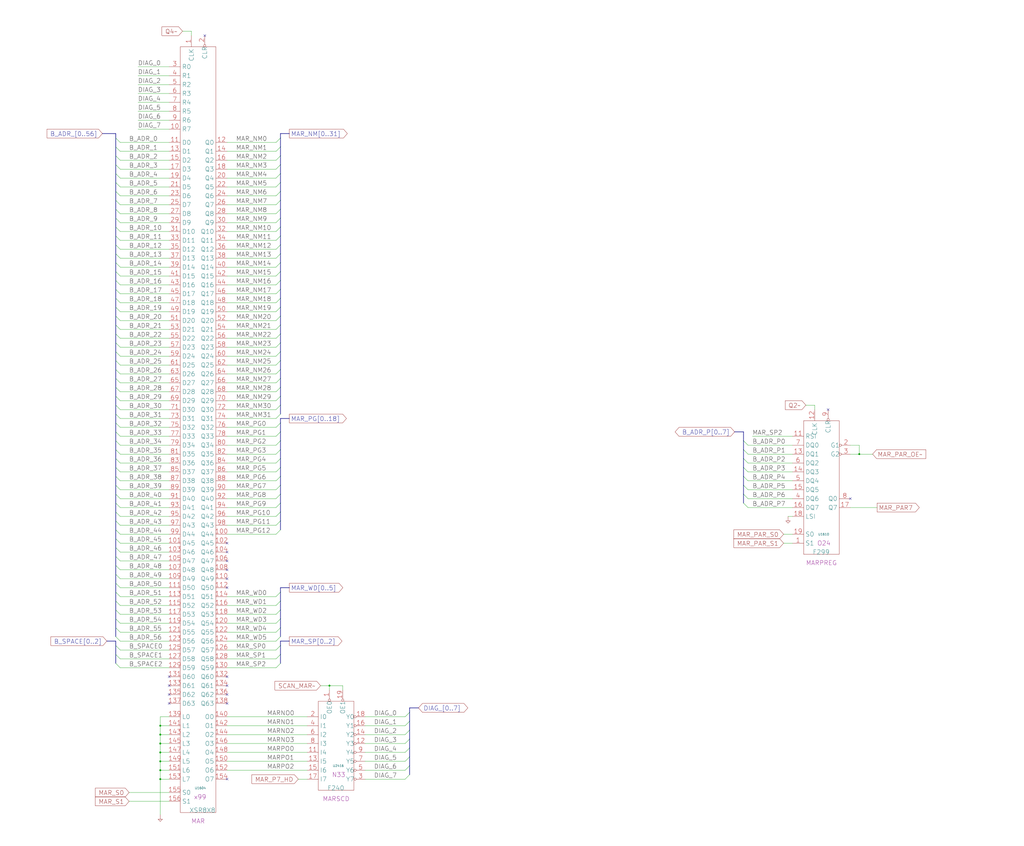
<source format=kicad_sch>
(kicad_sch (version 20230121) (generator eeschema)
  (paper "User" 584.2 482.6)
  (title_block (title "ADDRESS\\nMAR REGISTER") (date "08-MAR-90") (rev "0.0") (comment 1 "MEM32 BOARD") (comment 2 "232-003066") (comment 3 "S400") (comment 4 "RELEASED"))
  (junction (at 490.22 259.08))
  (junction (at 91.44 429.26))
  (junction (at 91.44 439.42))
  (junction (at 91.44 414.02))
  (junction (at 91.44 434.34))
  (junction (at 91.44 424.18))
  (junction (at 187.96 391.16))
  (junction (at 91.44 444.5))
  (junction (at 91.44 419.1))
  (no_connect (at 96.52 396.24))
  (no_connect (at 472.44 233.68))
  (no_connect (at 129.54 391.16))
  (no_connect (at 96.52 386.08))
  (no_connect (at 129.54 396.24))
  (no_connect (at 96.52 401.32))
  (no_connect (at 129.54 330.2))
  (no_connect (at 129.54 401.32))
  (no_connect (at 129.54 320.04))
  (no_connect (at 129.54 386.08))
  (no_connect (at 129.54 444.5))
  (no_connect (at 129.54 325.12))
  (no_connect (at 485.14 284.48))
  (no_connect (at 116.84 20.32))
  (no_connect (at 129.54 309.88))
  (no_connect (at 129.54 314.96))
  (no_connect (at 129.54 335.28))
  (no_connect (at 96.52 391.16))
  (bus_entry (at 160.02 124.46) (size -2.54 2.54))
  (bus_entry (at 66.04 129.54) (size 2.54 2.54))
  (bus_entry (at 160.02 241.3) (size -2.54 2.54))
  (bus_entry (at 66.04 312.42) (size 2.54 2.54))
  (bus_entry (at 160.02 215.9) (size -2.54 2.54))
  (bus_entry (at 160.02 226.06) (size -2.54 2.54))
  (bus_entry (at 66.04 337.82) (size 2.54 2.54))
  (bus_entry (at 66.04 180.34) (size 2.54 2.54))
  (bus_entry (at 66.04 175.26) (size 2.54 2.54))
  (bus_entry (at 66.04 251.46) (size 2.54 2.54))
  (bus_entry (at 66.04 317.5) (size 2.54 2.54))
  (bus_entry (at 66.04 363.22) (size 2.54 2.54))
  (bus_entry (at 66.04 347.98) (size 2.54 2.54))
  (bus_entry (at 233.68 406.4) (size -2.54 2.54))
  (bus_entry (at 160.02 99.06) (size -2.54 2.54))
  (bus_entry (at 160.02 205.74) (size -2.54 2.54))
  (bus_entry (at 66.04 287.02) (size 2.54 2.54))
  (bus_entry (at 66.04 99.06) (size 2.54 2.54))
  (bus_entry (at 160.02 180.34) (size -2.54 2.54))
  (bus_entry (at 66.04 297.18) (size 2.54 2.54))
  (bus_entry (at 160.02 337.82) (size -2.54 2.54))
  (bus_entry (at 160.02 358.14) (size -2.54 2.54))
  (bus_entry (at 66.04 149.86) (size 2.54 2.54))
  (bus_entry (at 424.18 256.54) (size 2.54 2.54))
  (bus_entry (at 424.18 276.86) (size 2.54 2.54))
  (bus_entry (at 66.04 205.74) (size 2.54 2.54))
  (bus_entry (at 233.68 416.56) (size -2.54 2.54))
  (bus_entry (at 160.02 109.22) (size -2.54 2.54))
  (bus_entry (at 66.04 368.3) (size 2.54 2.54))
  (bus_entry (at 160.02 154.94) (size -2.54 2.54))
  (bus_entry (at 160.02 119.38) (size -2.54 2.54))
  (bus_entry (at 66.04 322.58) (size 2.54 2.54))
  (bus_entry (at 66.04 195.58) (size 2.54 2.54))
  (bus_entry (at 233.68 431.8) (size -2.54 2.54))
  (bus_entry (at 160.02 256.54) (size -2.54 2.54))
  (bus_entry (at 160.02 292.1) (size -2.54 2.54))
  (bus_entry (at 160.02 165.1) (size -2.54 2.54))
  (bus_entry (at 66.04 231.14) (size 2.54 2.54))
  (bus_entry (at 424.18 287.02) (size 2.54 2.54))
  (bus_entry (at 66.04 292.1) (size 2.54 2.54))
  (bus_entry (at 66.04 353.06) (size 2.54 2.54))
  (bus_entry (at 66.04 160.02) (size 2.54 2.54))
  (bus_entry (at 160.02 281.94) (size -2.54 2.54))
  (bus_entry (at 160.02 185.42) (size -2.54 2.54))
  (bus_entry (at 160.02 104.14) (size -2.54 2.54))
  (bus_entry (at 66.04 307.34) (size 2.54 2.54))
  (bus_entry (at 66.04 104.14) (size 2.54 2.54))
  (bus_entry (at 160.02 261.62) (size -2.54 2.54))
  (bus_entry (at 160.02 347.98) (size -2.54 2.54))
  (bus_entry (at 66.04 220.98) (size 2.54 2.54))
  (bus_entry (at 66.04 119.38) (size 2.54 2.54))
  (bus_entry (at 66.04 109.22) (size 2.54 2.54))
  (bus_entry (at 160.02 373.38) (size -2.54 2.54))
  (bus_entry (at 424.18 281.94) (size 2.54 2.54))
  (bus_entry (at 66.04 190.5) (size 2.54 2.54))
  (bus_entry (at 66.04 236.22) (size 2.54 2.54))
  (bus_entry (at 160.02 368.3) (size -2.54 2.54))
  (bus_entry (at 160.02 276.86) (size -2.54 2.54))
  (bus_entry (at 66.04 378.46) (size 2.54 2.54))
  (bus_entry (at 160.02 353.06) (size -2.54 2.54))
  (bus_entry (at 160.02 195.58) (size -2.54 2.54))
  (bus_entry (at 66.04 373.38) (size 2.54 2.54))
  (bus_entry (at 66.04 246.38) (size 2.54 2.54))
  (bus_entry (at 424.18 251.46) (size 2.54 2.54))
  (bus_entry (at 160.02 246.38) (size -2.54 2.54))
  (bus_entry (at 160.02 266.7) (size -2.54 2.54))
  (bus_entry (at 424.18 271.78) (size 2.54 2.54))
  (bus_entry (at 160.02 129.54) (size -2.54 2.54))
  (bus_entry (at 160.02 190.5) (size -2.54 2.54))
  (bus_entry (at 66.04 139.7) (size 2.54 2.54))
  (bus_entry (at 160.02 93.98) (size -2.54 2.54))
  (bus_entry (at 66.04 342.9) (size 2.54 2.54))
  (bus_entry (at 160.02 144.78) (size -2.54 2.54))
  (bus_entry (at 66.04 134.62) (size 2.54 2.54))
  (bus_entry (at 160.02 231.14) (size -2.54 2.54))
  (bus_entry (at 66.04 276.86) (size 2.54 2.54))
  (bus_entry (at 66.04 281.94) (size 2.54 2.54))
  (bus_entry (at 160.02 175.26) (size -2.54 2.54))
  (bus_entry (at 66.04 185.42) (size 2.54 2.54))
  (bus_entry (at 160.02 251.46) (size -2.54 2.54))
  (bus_entry (at 66.04 256.54) (size 2.54 2.54))
  (bus_entry (at 66.04 327.66) (size 2.54 2.54))
  (bus_entry (at 160.02 170.18) (size -2.54 2.54))
  (bus_entry (at 160.02 210.82) (size -2.54 2.54))
  (bus_entry (at 160.02 160.02) (size -2.54 2.54))
  (bus_entry (at 66.04 170.18) (size 2.54 2.54))
  (bus_entry (at 233.68 436.88) (size -2.54 2.54))
  (bus_entry (at 66.04 215.9) (size 2.54 2.54))
  (bus_entry (at 66.04 241.3) (size 2.54 2.54))
  (bus_entry (at 66.04 165.1) (size 2.54 2.54))
  (bus_entry (at 160.02 220.98) (size -2.54 2.54))
  (bus_entry (at 66.04 302.26) (size 2.54 2.54))
  (bus_entry (at 66.04 114.3) (size 2.54 2.54))
  (bus_entry (at 66.04 78.74) (size 2.54 2.54))
  (bus_entry (at 160.02 363.22) (size -2.54 2.54))
  (bus_entry (at 160.02 342.9) (size -2.54 2.54))
  (bus_entry (at 66.04 93.98) (size 2.54 2.54))
  (bus_entry (at 160.02 297.18) (size -2.54 2.54))
  (bus_entry (at 160.02 287.02) (size -2.54 2.54))
  (bus_entry (at 66.04 358.14) (size 2.54 2.54))
  (bus_entry (at 233.68 426.72) (size -2.54 2.54))
  (bus_entry (at 160.02 378.46) (size -2.54 2.54))
  (bus_entry (at 66.04 271.78) (size 2.54 2.54))
  (bus_entry (at 160.02 149.86) (size -2.54 2.54))
  (bus_entry (at 66.04 200.66) (size 2.54 2.54))
  (bus_entry (at 160.02 200.66) (size -2.54 2.54))
  (bus_entry (at 66.04 88.9) (size 2.54 2.54))
  (bus_entry (at 233.68 411.48) (size -2.54 2.54))
  (bus_entry (at 66.04 332.74) (size 2.54 2.54))
  (bus_entry (at 66.04 261.62) (size 2.54 2.54))
  (bus_entry (at 66.04 83.82) (size 2.54 2.54))
  (bus_entry (at 424.18 261.62) (size 2.54 2.54))
  (bus_entry (at 66.04 124.46) (size 2.54 2.54))
  (bus_entry (at 424.18 266.7) (size 2.54 2.54))
  (bus_entry (at 66.04 266.7) (size 2.54 2.54))
  (bus_entry (at 160.02 236.22) (size -2.54 2.54))
  (bus_entry (at 233.68 421.64) (size -2.54 2.54))
  (bus_entry (at 66.04 226.06) (size 2.54 2.54))
  (bus_entry (at 66.04 210.82) (size 2.54 2.54))
  (bus_entry (at 160.02 78.74) (size -2.54 2.54))
  (bus_entry (at 160.02 88.9) (size -2.54 2.54))
  (bus_entry (at 160.02 302.26) (size -2.54 2.54))
  (bus_entry (at 66.04 154.94) (size 2.54 2.54))
  (bus_entry (at 160.02 134.62) (size -2.54 2.54))
  (bus_entry (at 160.02 83.82) (size -2.54 2.54))
  (bus_entry (at 160.02 271.78) (size -2.54 2.54))
  (bus_entry (at 233.68 441.96) (size -2.54 2.54))
  (bus_entry (at 160.02 114.3) (size -2.54 2.54))
  (bus_entry (at 160.02 139.7) (size -2.54 2.54))
  (bus_entry (at 66.04 144.78) (size 2.54 2.54))
  (wire (pts (xy 91.44 429.26) (xy 91.44 424.18)))
  (wire (pts (xy 485.14 289.56) (xy 500.38 289.56)))
  (wire (pts (xy 78.74 48.26) (xy 96.52 48.26)))
  (wire (pts (xy 129.54 198.12) (xy 157.48 198.12)))
  (wire (pts (xy 129.54 137.16) (xy 157.48 137.16)))
  (wire (pts (xy 129.54 424.18) (xy 175.26 424.18)))
  (wire (pts (xy 464.82 231.14) (xy 464.82 233.68)))
  (bus (pts (xy 66.04 88.9) (xy 66.04 93.98)))
  (wire (pts (xy 68.58 279.4) (xy 96.52 279.4)))
  (wire (pts (xy 426.72 289.56) (xy 452.12 289.56)))
  (wire (pts (xy 68.58 254) (xy 96.52 254)))
  (bus (pts (xy 160.02 238.76) (xy 160.02 241.3)))
  (wire (pts (xy 68.58 96.52) (xy 96.52 96.52)))
  (wire (pts (xy 78.74 73.66) (xy 96.52 73.66)))
  (bus (pts (xy 66.04 287.02) (xy 66.04 292.1)))
  (bus (pts (xy 66.04 210.82) (xy 66.04 215.9)))
  (wire (pts (xy 129.54 228.6) (xy 157.48 228.6)))
  (wire (pts (xy 109.22 17.78) (xy 109.22 20.32)))
  (wire (pts (xy 129.54 375.92) (xy 157.48 375.92)))
  (bus (pts (xy 233.68 436.88) (xy 233.68 441.96)))
  (wire (pts (xy 208.28 434.34) (xy 231.14 434.34)))
  (wire (pts (xy 129.54 121.92) (xy 157.48 121.92)))
  (wire (pts (xy 91.44 434.34) (xy 91.44 429.26)))
  (bus (pts (xy 160.02 210.82) (xy 160.02 215.9)))
  (bus (pts (xy 233.68 411.48) (xy 233.68 416.56)))
  (bus (pts (xy 160.02 335.28) (xy 160.02 337.82)))
  (bus (pts (xy 165.1 238.76) (xy 160.02 238.76)))
  (wire (pts (xy 91.44 408.94) (xy 96.52 408.94)))
  (wire (pts (xy 129.54 127) (xy 157.48 127)))
  (bus (pts (xy 66.04 312.42) (xy 66.04 307.34)))
  (bus (pts (xy 160.02 83.82) (xy 160.02 88.9)))
  (bus (pts (xy 160.02 93.98) (xy 160.02 99.06)))
  (wire (pts (xy 129.54 289.56) (xy 157.48 289.56)))
  (bus (pts (xy 160.02 241.3) (xy 160.02 246.38)))
  (wire (pts (xy 68.58 218.44) (xy 96.52 218.44)))
  (bus (pts (xy 160.02 134.62) (xy 160.02 139.7)))
  (bus (pts (xy 66.04 312.42) (xy 66.04 317.5)))
  (wire (pts (xy 68.58 299.72) (xy 96.52 299.72)))
  (wire (pts (xy 91.44 464.82) (xy 91.44 444.5)))
  (bus (pts (xy 66.04 327.66) (xy 66.04 332.74)))
  (wire (pts (xy 187.96 391.16) (xy 195.58 391.16)))
  (wire (pts (xy 129.54 304.8) (xy 157.48 304.8)))
  (wire (pts (xy 129.54 254) (xy 157.48 254)))
  (bus (pts (xy 165.1 335.28) (xy 160.02 335.28)))
  (bus (pts (xy 66.04 114.3) (xy 66.04 119.38)))
  (bus (pts (xy 160.02 119.38) (xy 160.02 124.46)))
  (wire (pts (xy 129.54 233.68) (xy 157.48 233.68)))
  (bus (pts (xy 66.04 236.22) (xy 66.04 241.3)))
  (wire (pts (xy 490.22 259.08) (xy 497.84 259.08)))
  (wire (pts (xy 129.54 299.72) (xy 157.48 299.72)))
  (wire (pts (xy 129.54 350.52) (xy 157.48 350.52)))
  (bus (pts (xy 66.04 160.02) (xy 66.04 165.1)))
  (wire (pts (xy 68.58 187.96) (xy 96.52 187.96)))
  (bus (pts (xy 66.04 134.62) (xy 66.04 139.7)))
  (wire (pts (xy 129.54 243.84) (xy 157.48 243.84)))
  (wire (pts (xy 68.58 325.12) (xy 96.52 325.12)))
  (bus (pts (xy 160.02 220.98) (xy 160.02 226.06)))
  (bus (pts (xy 66.04 368.3) (xy 66.04 373.38)))
  (wire (pts (xy 68.58 198.12) (xy 96.52 198.12)))
  (wire (pts (xy 129.54 162.56) (xy 157.48 162.56)))
  (bus (pts (xy 160.02 347.98) (xy 160.02 353.06)))
  (bus (pts (xy 160.02 281.94) (xy 160.02 287.02)))
  (bus (pts (xy 424.18 246.38) (xy 424.18 251.46)))
  (bus (pts (xy 66.04 205.74) (xy 66.04 210.82)))
  (wire (pts (xy 129.54 355.6) (xy 157.48 355.6)))
  (bus (pts (xy 238.76 403.86) (xy 233.68 403.86)))
  (wire (pts (xy 129.54 408.94) (xy 175.26 408.94)))
  (bus (pts (xy 66.04 109.22) (xy 66.04 114.3)))
  (bus (pts (xy 424.18 281.94) (xy 424.18 287.02)))
  (wire (pts (xy 91.44 429.26) (xy 96.52 429.26)))
  (bus (pts (xy 160.02 251.46) (xy 160.02 256.54)))
  (wire (pts (xy 68.58 86.36) (xy 96.52 86.36)))
  (wire (pts (xy 68.58 127) (xy 96.52 127)))
  (bus (pts (xy 66.04 322.58) (xy 66.04 327.66)))
  (wire (pts (xy 91.44 414.02) (xy 91.44 408.94)))
  (bus (pts (xy 160.02 88.9) (xy 160.02 93.98)))
  (bus (pts (xy 160.02 139.7) (xy 160.02 144.78)))
  (wire (pts (xy 68.58 233.68) (xy 96.52 233.68)))
  (wire (pts (xy 68.58 147.32) (xy 96.52 147.32)))
  (bus (pts (xy 58.42 76.2) (xy 66.04 76.2)))
  (wire (pts (xy 129.54 238.76) (xy 157.48 238.76)))
  (wire (pts (xy 91.44 424.18) (xy 96.52 424.18)))
  (wire (pts (xy 129.54 142.24) (xy 157.48 142.24)))
  (bus (pts (xy 160.02 256.54) (xy 160.02 261.62)))
  (wire (pts (xy 68.58 259.08) (xy 96.52 259.08)))
  (wire (pts (xy 68.58 177.8) (xy 96.52 177.8)))
  (wire (pts (xy 68.58 345.44) (xy 96.52 345.44)))
  (wire (pts (xy 91.44 419.1) (xy 91.44 414.02)))
  (bus (pts (xy 66.04 266.7) (xy 66.04 271.78)))
  (wire (pts (xy 129.54 91.44) (xy 157.48 91.44)))
  (wire (pts (xy 129.54 167.64) (xy 157.48 167.64)))
  (wire (pts (xy 73.66 452.12) (xy 96.52 452.12)))
  (wire (pts (xy 208.28 408.94) (xy 231.14 408.94)))
  (wire (pts (xy 104.14 17.78) (xy 109.22 17.78)))
  (bus (pts (xy 233.68 406.4) (xy 233.68 411.48)))
  (wire (pts (xy 68.58 350.52) (xy 96.52 350.52)))
  (bus (pts (xy 160.02 144.78) (xy 160.02 149.86)))
  (wire (pts (xy 68.58 167.64) (xy 96.52 167.64)))
  (bus (pts (xy 66.04 347.98) (xy 66.04 342.9)))
  (bus (pts (xy 233.68 431.8) (xy 233.68 436.88)))
  (wire (pts (xy 129.54 419.1) (xy 175.26 419.1)))
  (bus (pts (xy 66.04 241.3) (xy 66.04 246.38)))
  (wire (pts (xy 68.58 304.8) (xy 96.52 304.8)))
  (bus (pts (xy 66.04 226.06) (xy 66.04 231.14)))
  (bus (pts (xy 160.02 76.2) (xy 160.02 78.74)))
  (bus (pts (xy 160.02 287.02) (xy 160.02 292.1)))
  (wire (pts (xy 68.58 132.08) (xy 96.52 132.08)))
  (wire (pts (xy 129.54 429.26) (xy 175.26 429.26)))
  (bus (pts (xy 66.04 246.38) (xy 66.04 251.46)))
  (wire (pts (xy 68.58 111.76) (xy 96.52 111.76)))
  (bus (pts (xy 160.02 276.86) (xy 160.02 281.94)))
  (bus (pts (xy 160.02 160.02) (xy 160.02 165.1)))
  (wire (pts (xy 129.54 132.08) (xy 157.48 132.08)))
  (bus (pts (xy 66.04 363.22) (xy 66.04 358.14)))
  (wire (pts (xy 129.54 284.48) (xy 157.48 284.48)))
  (bus (pts (xy 160.02 365.76) (xy 160.02 368.3)))
  (wire (pts (xy 187.96 391.16) (xy 187.96 393.7)))
  (wire (pts (xy 129.54 259.08) (xy 157.48 259.08)))
  (bus (pts (xy 66.04 175.26) (xy 66.04 180.34)))
  (bus (pts (xy 66.04 104.14) (xy 66.04 109.22)))
  (bus (pts (xy 66.04 302.26) (xy 66.04 307.34)))
  (wire (pts (xy 129.54 279.4) (xy 157.48 279.4)))
  (bus (pts (xy 66.04 251.46) (xy 66.04 256.54)))
  (wire (pts (xy 129.54 172.72) (xy 157.48 172.72)))
  (bus (pts (xy 66.04 347.98) (xy 66.04 353.06)))
  (wire (pts (xy 68.58 142.24) (xy 96.52 142.24)))
  (bus (pts (xy 233.68 426.72) (xy 233.68 431.8)))
  (bus (pts (xy 66.04 342.9) (xy 66.04 337.82)))
  (bus (pts (xy 160.02 165.1) (xy 160.02 170.18)))
  (bus (pts (xy 160.02 99.06) (xy 160.02 104.14)))
  (bus (pts (xy 66.04 302.26) (xy 66.04 297.18)))
  (bus (pts (xy 160.02 271.78) (xy 160.02 276.86)))
  (bus (pts (xy 66.04 180.34) (xy 66.04 185.42)))
  (bus (pts (xy 160.02 190.5) (xy 160.02 195.58)))
  (bus (pts (xy 160.02 195.58) (xy 160.02 200.66)))
  (wire (pts (xy 129.54 193.04) (xy 157.48 193.04)))
  (wire (pts (xy 68.58 309.88) (xy 96.52 309.88)))
  (wire (pts (xy 208.28 419.1) (xy 231.14 419.1)))
  (wire (pts (xy 91.44 434.34) (xy 96.52 434.34)))
  (wire (pts (xy 129.54 96.52) (xy 157.48 96.52)))
  (wire (pts (xy 68.58 243.84) (xy 96.52 243.84)))
  (wire (pts (xy 68.58 91.44) (xy 96.52 91.44)))
  (wire (pts (xy 129.54 345.44) (xy 157.48 345.44)))
  (wire (pts (xy 129.54 360.68) (xy 157.48 360.68)))
  (wire (pts (xy 129.54 274.32) (xy 157.48 274.32)))
  (wire (pts (xy 68.58 269.24) (xy 96.52 269.24)))
  (wire (pts (xy 68.58 81.28) (xy 96.52 81.28)))
  (bus (pts (xy 160.02 342.9) (xy 160.02 347.98)))
  (bus (pts (xy 66.04 83.82) (xy 66.04 88.9)))
  (bus (pts (xy 66.04 261.62) (xy 66.04 266.7)))
  (bus (pts (xy 66.04 220.98) (xy 66.04 226.06)))
  (wire (pts (xy 73.66 457.2) (xy 96.52 457.2)))
  (wire (pts (xy 449.58 294.64) (xy 452.12 294.64)))
  (bus (pts (xy 424.18 261.62) (xy 424.18 266.7)))
  (wire (pts (xy 447.04 309.88) (xy 452.12 309.88)))
  (bus (pts (xy 66.04 76.2) (xy 66.04 78.74)))
  (bus (pts (xy 160.02 78.74) (xy 160.02 83.82)))
  (wire (pts (xy 91.44 444.5) (xy 96.52 444.5)))
  (bus (pts (xy 424.18 251.46) (xy 424.18 256.54)))
  (bus (pts (xy 160.02 261.62) (xy 160.02 266.7)))
  (wire (pts (xy 68.58 157.48) (xy 96.52 157.48)))
  (bus (pts (xy 424.18 266.7) (xy 424.18 271.78)))
  (bus (pts (xy 160.02 373.38) (xy 160.02 378.46)))
  (bus (pts (xy 66.04 292.1) (xy 66.04 297.18)))
  (bus (pts (xy 424.18 271.78) (xy 424.18 276.86)))
  (wire (pts (xy 68.58 289.56) (xy 96.52 289.56)))
  (bus (pts (xy 160.02 114.3) (xy 160.02 119.38)))
  (wire (pts (xy 129.54 111.76) (xy 157.48 111.76)))
  (wire (pts (xy 129.54 269.24) (xy 157.48 269.24)))
  (wire (pts (xy 68.58 116.84) (xy 96.52 116.84)))
  (wire (pts (xy 490.22 259.08) (xy 490.22 254)))
  (wire (pts (xy 68.58 223.52) (xy 96.52 223.52)))
  (wire (pts (xy 129.54 370.84) (xy 157.48 370.84)))
  (bus (pts (xy 160.02 124.46) (xy 160.02 129.54)))
  (bus (pts (xy 160.02 129.54) (xy 160.02 134.62)))
  (wire (pts (xy 459.74 231.14) (xy 464.82 231.14)))
  (wire (pts (xy 129.54 439.42) (xy 175.26 439.42)))
  (wire (pts (xy 68.58 274.32) (xy 96.52 274.32)))
  (bus (pts (xy 66.04 129.54) (xy 66.04 134.62)))
  (wire (pts (xy 129.54 248.92) (xy 157.48 248.92)))
  (wire (pts (xy 68.58 330.2) (xy 96.52 330.2)))
  (bus (pts (xy 66.04 185.42) (xy 66.04 190.5)))
  (wire (pts (xy 129.54 213.36) (xy 157.48 213.36)))
  (bus (pts (xy 66.04 281.94) (xy 66.04 276.86)))
  (wire (pts (xy 129.54 365.76) (xy 157.48 365.76)))
  (bus (pts (xy 160.02 368.3) (xy 160.02 373.38)))
  (wire (pts (xy 426.72 279.4) (xy 452.12 279.4)))
  (wire (pts (xy 129.54 86.36) (xy 157.48 86.36)))
  (bus (pts (xy 160.02 185.42) (xy 160.02 190.5)))
  (wire (pts (xy 170.18 444.5) (xy 175.26 444.5)))
  (wire (pts (xy 91.44 414.02) (xy 96.52 414.02)))
  (wire (pts (xy 129.54 116.84) (xy 157.48 116.84)))
  (wire (pts (xy 68.58 228.6) (xy 96.52 228.6)))
  (bus (pts (xy 66.04 276.86) (xy 66.04 271.78)))
  (bus (pts (xy 66.04 99.06) (xy 66.04 104.14)))
  (bus (pts (xy 66.04 124.46) (xy 66.04 129.54)))
  (bus (pts (xy 424.18 276.86) (xy 424.18 281.94)))
  (bus (pts (xy 160.02 154.94) (xy 160.02 160.02)))
  (bus (pts (xy 424.18 256.54) (xy 424.18 261.62)))
  (bus (pts (xy 66.04 149.86) (xy 66.04 154.94)))
  (bus (pts (xy 66.04 332.74) (xy 66.04 337.82)))
  (wire (pts (xy 426.72 264.16) (xy 452.12 264.16)))
  (bus (pts (xy 160.02 226.06) (xy 160.02 231.14)))
  (wire (pts (xy 68.58 264.16) (xy 96.52 264.16)))
  (wire (pts (xy 78.74 43.18) (xy 96.52 43.18)))
  (wire (pts (xy 68.58 137.16) (xy 96.52 137.16)))
  (wire (pts (xy 68.58 375.92) (xy 96.52 375.92)))
  (bus (pts (xy 160.02 109.22) (xy 160.02 114.3)))
  (bus (pts (xy 66.04 322.58) (xy 66.04 317.5)))
  (wire (pts (xy 68.58 193.04) (xy 96.52 193.04)))
  (wire (pts (xy 78.74 63.5) (xy 96.52 63.5)))
  (wire (pts (xy 91.44 424.18) (xy 91.44 419.1)))
  (bus (pts (xy 66.04 144.78) (xy 66.04 149.86)))
  (bus (pts (xy 66.04 165.1) (xy 66.04 170.18)))
  (bus (pts (xy 66.04 373.38) (xy 66.04 378.46)))
  (wire (pts (xy 182.88 391.16) (xy 187.96 391.16)))
  (wire (pts (xy 129.54 294.64) (xy 157.48 294.64)))
  (bus (pts (xy 160.02 149.86) (xy 160.02 154.94)))
  (wire (pts (xy 68.58 106.68) (xy 96.52 106.68)))
  (wire (pts (xy 426.72 269.24) (xy 452.12 269.24)))
  (wire (pts (xy 426.72 274.32) (xy 452.12 274.32)))
  (wire (pts (xy 195.58 391.16) (xy 195.58 393.7)))
  (bus (pts (xy 66.04 231.14) (xy 66.04 236.22)))
  (wire (pts (xy 208.28 439.42) (xy 231.14 439.42)))
  (wire (pts (xy 68.58 340.36) (xy 96.52 340.36)))
  (bus (pts (xy 66.04 281.94) (xy 66.04 287.02)))
  (wire (pts (xy 68.58 203.2) (xy 96.52 203.2)))
  (wire (pts (xy 129.54 81.28) (xy 157.48 81.28)))
  (bus (pts (xy 66.04 78.74) (xy 66.04 83.82)))
  (wire (pts (xy 78.74 68.58) (xy 96.52 68.58)))
  (wire (pts (xy 68.58 182.88) (xy 96.52 182.88)))
  (wire (pts (xy 68.58 314.96) (xy 96.52 314.96)))
  (wire (pts (xy 129.54 414.02) (xy 175.26 414.02)))
  (wire (pts (xy 68.58 320.04) (xy 96.52 320.04)))
  (wire (pts (xy 129.54 203.2) (xy 157.48 203.2)))
  (wire (pts (xy 490.22 254) (xy 485.14 254)))
  (wire (pts (xy 129.54 218.44) (xy 157.48 218.44)))
  (wire (pts (xy 68.58 335.28) (xy 96.52 335.28)))
  (bus (pts (xy 160.02 358.14) (xy 160.02 363.22)))
  (wire (pts (xy 129.54 106.68) (xy 157.48 106.68)))
  (bus (pts (xy 66.04 154.94) (xy 66.04 160.02)))
  (wire (pts (xy 68.58 294.64) (xy 96.52 294.64)))
  (wire (pts (xy 78.74 53.34) (xy 96.52 53.34)))
  (bus (pts (xy 160.02 104.14) (xy 160.02 109.22)))
  (wire (pts (xy 91.44 444.5) (xy 91.44 439.42)))
  (bus (pts (xy 66.04 93.98) (xy 66.04 99.06)))
  (bus (pts (xy 160.02 205.74) (xy 160.02 210.82)))
  (bus (pts (xy 160.02 200.66) (xy 160.02 205.74)))
  (wire (pts (xy 129.54 381) (xy 157.48 381)))
  (wire (pts (xy 68.58 208.28) (xy 96.52 208.28)))
  (wire (pts (xy 68.58 360.68) (xy 96.52 360.68)))
  (wire (pts (xy 68.58 213.36) (xy 96.52 213.36)))
  (bus (pts (xy 66.04 190.5) (xy 66.04 195.58)))
  (bus (pts (xy 160.02 337.82) (xy 160.02 342.9)))
  (wire (pts (xy 485.14 259.08) (xy 490.22 259.08)))
  (wire (pts (xy 68.58 152.4) (xy 96.52 152.4)))
  (bus (pts (xy 66.04 170.18) (xy 66.04 175.26)))
  (bus (pts (xy 66.04 365.76) (xy 66.04 368.3)))
  (bus (pts (xy 160.02 292.1) (xy 160.02 297.18)))
  (wire (pts (xy 208.28 444.5) (xy 231.14 444.5)))
  (wire (pts (xy 129.54 264.16) (xy 157.48 264.16)))
  (bus (pts (xy 160.02 215.9) (xy 160.02 220.98)))
  (wire (pts (xy 78.74 58.42) (xy 96.52 58.42)))
  (bus (pts (xy 66.04 353.06) (xy 66.04 358.14)))
  (bus (pts (xy 160.02 180.34) (xy 160.02 185.42)))
  (wire (pts (xy 208.28 414.02) (xy 231.14 414.02)))
  (wire (pts (xy 447.04 304.8) (xy 452.12 304.8)))
  (wire (pts (xy 68.58 172.72) (xy 96.52 172.72)))
  (wire (pts (xy 78.74 38.1) (xy 96.52 38.1)))
  (wire (pts (xy 91.44 439.42) (xy 91.44 434.34)))
  (bus (pts (xy 66.04 200.66) (xy 66.04 205.74)))
  (bus (pts (xy 165.1 76.2) (xy 160.02 76.2)))
  (wire (pts (xy 129.54 101.6) (xy 157.48 101.6)))
  (wire (pts (xy 208.28 429.26) (xy 231.14 429.26)))
  (bus (pts (xy 66.04 139.7) (xy 66.04 144.78)))
  (bus (pts (xy 66.04 119.38) (xy 66.04 124.46)))
  (wire (pts (xy 426.72 259.08) (xy 452.12 259.08)))
  (wire (pts (xy 129.54 340.36) (xy 157.48 340.36)))
  (wire (pts (xy 68.58 381) (xy 96.52 381)))
  (bus (pts (xy 66.04 215.9) (xy 66.04 220.98)))
  (bus (pts (xy 160.02 175.26) (xy 160.02 180.34)))
  (wire (pts (xy 68.58 238.76) (xy 96.52 238.76)))
  (wire (pts (xy 129.54 208.28) (xy 157.48 208.28)))
  (wire (pts (xy 208.28 424.18) (xy 231.14 424.18)))
  (wire (pts (xy 129.54 434.34) (xy 175.26 434.34)))
  (bus (pts (xy 419.1 246.38) (xy 424.18 246.38)))
  (wire (pts (xy 68.58 101.6) (xy 96.52 101.6)))
  (bus (pts (xy 60.96 365.76) (xy 66.04 365.76)))
  (bus (pts (xy 233.68 421.64) (xy 233.68 426.72)))
  (bus (pts (xy 233.68 416.56) (xy 233.68 421.64)))
  (wire (pts (xy 91.44 419.1) (xy 96.52 419.1)))
  (wire (pts (xy 68.58 248.92) (xy 96.52 248.92)))
  (wire (pts (xy 91.44 439.42) (xy 96.52 439.42)))
  (wire (pts (xy 426.72 284.48) (xy 452.12 284.48)))
  (wire (pts (xy 129.54 187.96) (xy 157.48 187.96)))
  (wire (pts (xy 68.58 370.84) (xy 96.52 370.84)))
  (bus (pts (xy 160.02 246.38) (xy 160.02 251.46)))
  (wire (pts (xy 68.58 365.76) (xy 96.52 365.76)))
  (wire (pts (xy 129.54 182.88) (xy 157.48 182.88)))
  (wire (pts (xy 129.54 147.32) (xy 157.48 147.32)))
  (bus (pts (xy 233.68 403.86) (xy 233.68 406.4)))
  (wire (pts (xy 129.54 177.8) (xy 157.48 177.8)))
  (bus (pts (xy 66.04 195.58) (xy 66.04 200.66)))
  (wire (pts (xy 129.54 223.52) (xy 157.48 223.52)))
  (bus (pts (xy 160.02 353.06) (xy 160.02 358.14)))
  (wire (pts (xy 429.26 248.92) (xy 452.12 248.92)))
  (wire (pts (xy 129.54 157.48) (xy 157.48 157.48)))
  (wire (pts (xy 426.72 254) (xy 452.12 254)))
  (wire (pts (xy 68.58 121.92) (xy 96.52 121.92)))
  (bus (pts (xy 165.1 365.76) (xy 160.02 365.76)))
  (bus (pts (xy 160.02 231.14) (xy 160.02 236.22)))
  (wire (pts (xy 68.58 355.6) (xy 96.52 355.6)))
  (bus (pts (xy 66.04 261.62) (xy 66.04 256.54)))
  (wire (pts (xy 68.58 284.48) (xy 96.52 284.48)))
  (wire (pts (xy 129.54 152.4) (xy 157.48 152.4)))
  (wire (pts (xy 68.58 162.56) (xy 96.52 162.56)))
  (bus (pts (xy 160.02 297.18) (xy 160.02 302.26)))
  (bus (pts (xy 160.02 266.7) (xy 160.02 271.78)))
  (bus (pts (xy 160.02 170.18) (xy 160.02 175.26)))
  (label "B_ADR_16" (at 73.66 162.56 0) (effects (font (size 2.54 2.54))))
  (label "B_ADR_43" (at 73.66 299.72 0) (effects (font (size 2.54 2.54))))
  (label "MAR_NM29" (at 134.62 228.6 0) (effects (font (size 2.54 2.54))))
  (label "MAR_NM10" (at 134.62 132.08 0) (effects (font (size 2.54 2.54))))
  (label "B_ADR_7" (at 73.66 116.84 0) (effects (font (size 2.54 2.54))))
  (label "B_ADR_P2" (at 429.26 264.16 0) (effects (font (size 2.54 2.54))))
  (label "MAR_NM21" (at 134.62 187.96 0) (effects (font (size 2.54 2.54))))
  (label "MAR_NM20" (at 134.62 182.88 0) (effects (font (size 2.54 2.54))))
  (label "MAR_NM5" (at 134.62 106.68 0) (effects (font (size 2.54 2.54))))
  (label "MAR_NM15" (at 134.62 157.48 0) (effects (font (size 2.54 2.54))))
  (label "MAR_PG6" (at 134.62 274.32 0) (effects (font (size 2.54 2.54))))
  (label "MAR_PG10" (at 134.62 294.64 0) (effects (font (size 2.54 2.54))))
  (label "B_ADR_P4" (at 429.26 274.32 0) (effects (font (size 2.54 2.54))))
  (label "B_SPACE0" (at 73.66 370.84 0) (effects (font (size 2.54 2.54))))
  (label "MAR_NM0" (at 134.62 81.28 0) (effects (font (size 2.54 2.54))))
  (label "MAR_WD2" (at 134.62 350.52 0) (effects (font (size 2.54 2.54))))
  (label "MAR_WD3" (at 134.62 355.6 0) (effects (font (size 2.54 2.54))))
  (label "B_ADR_P6" (at 429.26 284.48 0) (effects (font (size 2.54 2.54))))
  (label "B_ADR_46" (at 73.66 314.96 0) (effects (font (size 2.54 2.54))))
  (label "MAR_SP2" (at 429.26 248.92 0) (effects (font (size 2.54 2.54))))
  (label "DIAG_6" (at 78.74 68.58 0) (effects (font (size 2.54 2.54))))
  (label "DIAG_2" (at 78.74 48.26 0) (effects (font (size 2.54 2.54))))
  (label "B_ADR_26" (at 73.66 213.36 0) (effects (font (size 2.54 2.54))))
  (label "B_ADR_23" (at 73.66 198.12 0) (effects (font (size 2.54 2.54))))
  (label "MAR_NM2" (at 134.62 91.44 0) (effects (font (size 2.54 2.54))))
  (label "B_ADR_44" (at 73.66 304.8 0) (effects (font (size 2.54 2.54))))
  (label "B_ADR_32" (at 73.66 243.84 0) (effects (font (size 2.54 2.54))))
  (label "DIAG_5" (at 213.36 434.34 0) (effects (font (size 2.54 2.54))))
  (label "MAR_PG0" (at 134.62 243.84 0) (effects (font (size 2.54 2.54))))
  (label "B_ADR_33" (at 73.66 248.92 0) (effects (font (size 2.54 2.54))))
  (label "MAR_NM31" (at 134.62 238.76 0) (effects (font (size 2.54 2.54))))
  (label "DIAG_0" (at 78.74 38.1 0) (effects (font (size 2.54 2.54))))
  (label "MAR_NM25" (at 134.62 208.28 0) (effects (font (size 2.54 2.54))))
  (label "MAR_PG5" (at 134.62 269.24 0) (effects (font (size 2.54 2.54))))
  (label "B_ADR_29" (at 73.66 228.6 0) (effects (font (size 2.54 2.54))))
  (label "MAR_NM16" (at 134.62 162.56 0) (effects (font (size 2.54 2.54))))
  (label "MAR_WD0" (at 134.62 340.36 0) (effects (font (size 2.54 2.54))))
  (label "B_ADR_27" (at 73.66 218.44 0) (effects (font (size 2.54 2.54))))
  (label "MAR_NM4" (at 134.62 101.6 0) (effects (font (size 2.54 2.54))))
  (label "MAR_WD1" (at 134.62 345.44 0) (effects (font (size 2.54 2.54))))
  (label "DIAG_6" (at 213.36 439.42 0) (effects (font (size 2.54 2.54))))
  (label "B_ADR_P1" (at 429.26 259.08 0) (effects (font (size 2.54 2.54))))
  (label "MAR_NM26" (at 134.62 213.36 0) (effects (font (size 2.54 2.54))))
  (label "B_ADR_P3" (at 429.26 269.24 0) (effects (font (size 2.54 2.54))))
  (label "B_ADR_55" (at 73.66 360.68 0) (effects (font (size 2.54 2.54))))
  (label "B_ADR_45" (at 73.66 309.88 0) (effects (font (size 2.54 2.54))))
  (label "MAR_NM27" (at 134.62 218.44 0) (effects (font (size 2.54 2.54))))
  (label "MAR_NM11" (at 134.62 137.16 0) (effects (font (size 2.54 2.54))))
  (label "DIAG_7" (at 213.36 444.5 0) (effects (font (size 2.54 2.54))))
  (label "MAR_NM6" (at 134.62 111.76 0) (effects (font (size 2.54 2.54))))
  (label "MAR_PG2" (at 134.62 254 0) (effects (font (size 2.54 2.54))))
  (label "B_ADR_24" (at 73.66 203.2 0) (effects (font (size 2.54 2.54))))
  (label "B_ADR_39" (at 73.66 279.4 0) (effects (font (size 2.54 2.54))))
  (label "DIAG_5" (at 78.74 63.5 0) (effects (font (size 2.54 2.54))))
  (label "B_ADR_0" (at 73.66 81.28 0) (effects (font (size 2.54 2.54))))
  (label "B_ADR_50" (at 73.66 335.28 0) (effects (font (size 2.54 2.54))))
  (label "MAR_NM12" (at 134.62 142.24 0) (effects (font (size 2.54 2.54))))
  (label "B_ADR_15" (at 73.66 157.48 0) (effects (font (size 2.54 2.54))))
  (label "MAR_NM22" (at 134.62 193.04 0) (effects (font (size 2.54 2.54))))
  (label "B_ADR_1" (at 73.66 86.36 0) (effects (font (size 2.54 2.54))))
  (label "MAR_PG3" (at 134.62 259.08 0) (effects (font (size 2.54 2.54))))
  (label "B_ADR_31" (at 73.66 238.76 0) (effects (font (size 2.54 2.54))))
  (label "MAR_NM18" (at 134.62 172.72 0) (effects (font (size 2.54 2.54))))
  (label "B_ADR_54" (at 73.66 355.6 0) (effects (font (size 2.54 2.54))))
  (label "MAR_PG4" (at 134.62 264.16 0) (effects (font (size 2.54 2.54))))
  (label "MAR_NM9" (at 134.62 127 0) (effects (font (size 2.54 2.54))))
  (label "MARNO2" (at 152.4 419.1 0) (effects (font (size 2.54 2.54))))
  (label "B_ADR_37" (at 73.66 269.24 0) (effects (font (size 2.54 2.54))))
  (label "DIAG_3" (at 213.36 424.18 0) (effects (font (size 2.54 2.54))))
  (label "B_ADR_21" (at 73.66 187.96 0) (effects (font (size 2.54 2.54))))
  (label "MAR_PG8" (at 134.62 284.48 0) (effects (font (size 2.54 2.54))))
  (label "B_ADR_5" (at 73.66 106.68 0) (effects (font (size 2.54 2.54))))
  (label "DIAG_7" (at 78.74 73.66 0) (effects (font (size 2.54 2.54))))
  (label "MARNO0" (at 152.4 408.94 0) (effects (font (size 2.54 2.54))))
  (label "B_ADR_56" (at 73.66 365.76 0) (effects (font (size 2.54 2.54))))
  (label "B_ADR_41" (at 73.66 289.56 0) (effects (font (size 2.54 2.54))))
  (label "MAR_NM19" (at 134.62 177.8 0) (effects (font (size 2.54 2.54))))
  (label "MAR_WD4" (at 134.62 360.68 0) (effects (font (size 2.54 2.54))))
  (label "MAR_NM17" (at 134.62 167.64 0) (effects (font (size 2.54 2.54))))
  (label "MAR_NM3" (at 134.62 96.52 0) (effects (font (size 2.54 2.54))))
  (label "B_ADR_10" (at 73.66 132.08 0) (effects (font (size 2.54 2.54))))
  (label "DIAG_0" (at 213.36 408.94 0) (effects (font (size 2.54 2.54))))
  (label "MAR_NM8" (at 134.62 121.92 0) (effects (font (size 2.54 2.54))))
  (label "MAR_PG1" (at 134.62 248.92 0) (effects (font (size 2.54 2.54))))
  (label "MAR_NM24" (at 134.62 203.2 0) (effects (font (size 2.54 2.54))))
  (label "MAR_NM30" (at 134.62 233.68 0) (effects (font (size 2.54 2.54))))
  (label "B_ADR_36" (at 73.66 264.16 0) (effects (font (size 2.54 2.54))))
  (label "B_ADR_P7" (at 429.26 289.56 0) (effects (font (size 2.54 2.54))))
  (label "B_SPACE2" (at 73.66 381 0) (effects (font (size 2.54 2.54))))
  (label "B_ADR_13" (at 73.66 147.32 0) (effects (font (size 2.54 2.54))))
  (label "MAR_NM13" (at 134.62 147.32 0) (effects (font (size 2.54 2.54))))
  (label "B_ADR_12" (at 73.66 142.24 0) (effects (font (size 2.54 2.54))))
  (label "B_ADR_17" (at 73.66 167.64 0) (effects (font (size 2.54 2.54))))
  (label "MARPO1" (at 152.4 434.34 0) (effects (font (size 2.54 2.54))))
  (label "B_ADR_47" (at 73.66 320.04 0) (effects (font (size 2.54 2.54))))
  (label "B_ADR_6" (at 73.66 111.76 0) (effects (font (size 2.54 2.54))))
  (label "DIAG_1" (at 78.74 43.18 0) (effects (font (size 2.54 2.54))))
  (label "B_ADR_35" (at 73.66 259.08 0) (effects (font (size 2.54 2.54))))
  (label "MARPO2" (at 152.4 439.42 0) (effects (font (size 2.54 2.54))))
  (label "B_ADR_51" (at 73.66 340.36 0) (effects (font (size 2.54 2.54))))
  (label "B_ADR_53" (at 73.66 350.52 0) (effects (font (size 2.54 2.54))))
  (label "B_ADR_42" (at 73.66 294.64 0) (effects (font (size 2.54 2.54))))
  (label "MARPO0" (at 152.4 429.26 0) (effects (font (size 2.54 2.54))))
  (label "B_ADR_22" (at 73.66 193.04 0) (effects (font (size 2.54 2.54))))
  (label "MAR_SP1" (at 134.62 375.92 0) (effects (font (size 2.54 2.54))))
  (label "DIAG_4" (at 78.74 58.42 0) (effects (font (size 2.54 2.54))))
  (label "B_ADR_P5" (at 429.26 279.4 0) (effects (font (size 2.54 2.54))))
  (label "B_ADR_3" (at 73.66 96.52 0) (effects (font (size 2.54 2.54))))
  (label "B_ADR_38" (at 73.66 274.32 0) (effects (font (size 2.54 2.54))))
  (label "DIAG_1" (at 213.36 414.02 0) (effects (font (size 2.54 2.54))))
  (label "MAR_NM1" (at 134.62 86.36 0) (effects (font (size 2.54 2.54))))
  (label "DIAG_3" (at 78.74 53.34 0) (effects (font (size 2.54 2.54))))
  (label "DIAG_2" (at 213.36 419.1 0) (effects (font (size 2.54 2.54))))
  (label "B_ADR_14" (at 73.66 152.4 0) (effects (font (size 2.54 2.54))))
  (label "B_ADR_P0" (at 429.26 254 0) (effects (font (size 2.54 2.54))))
  (label "MAR_PG12" (at 134.62 304.8 0) (effects (font (size 2.54 2.54))))
  (label "B_ADR_28" (at 73.66 223.52 0) (effects (font (size 2.54 2.54))))
  (label "B_ADR_30" (at 73.66 233.68 0) (effects (font (size 2.54 2.54))))
  (label "B_ADR_25" (at 73.66 208.28 0) (effects (font (size 2.54 2.54))))
  (label "MARNO3" (at 152.4 424.18 0) (effects (font (size 2.54 2.54))))
  (label "B_ADR_18" (at 73.66 172.72 0) (effects (font (size 2.54 2.54))))
  (label "MAR_SP2" (at 134.62 381 0) (effects (font (size 2.54 2.54))))
  (label "B_ADR_48" (at 73.66 325.12 0) (effects (font (size 2.54 2.54))))
  (label "B_ADR_19" (at 73.66 177.8 0) (effects (font (size 2.54 2.54))))
  (label "MAR_PG7" (at 134.62 279.4 0) (effects (font (size 2.54 2.54))))
  (label "DIAG_4" (at 213.36 429.26 0) (effects (font (size 2.54 2.54))))
  (label "B_ADR_8" (at 73.66 121.92 0) (effects (font (size 2.54 2.54))))
  (label "MAR_PG9" (at 134.62 289.56 0) (effects (font (size 2.54 2.54))))
  (label "MAR_NM14" (at 134.62 152.4 0) (effects (font (size 2.54 2.54))))
  (label "B_ADR_40" (at 73.66 284.48 0) (effects (font (size 2.54 2.54))))
  (label "B_ADR_34" (at 73.66 254 0) (effects (font (size 2.54 2.54))))
  (label "MAR_NM7" (at 134.62 116.84 0) (effects (font (size 2.54 2.54))))
  (label "B_ADR_49" (at 73.66 330.2 0) (effects (font (size 2.54 2.54))))
  (label "MAR_NM23" (at 134.62 198.12 0) (effects (font (size 2.54 2.54))))
  (label "MAR_NM28" (at 134.62 223.52 0) (effects (font (size 2.54 2.54))))
  (label "B_SPACE1" (at 73.66 375.92 0) (effects (font (size 2.54 2.54))))
  (label "B_ADR_9" (at 73.66 127 0) (effects (font (size 2.54 2.54))))
  (label "B_ADR_52" (at 73.66 345.44 0) (effects (font (size 2.54 2.54))))
  (label "B_ADR_4" (at 73.66 101.6 0) (effects (font (size 2.54 2.54))))
  (label "B_ADR_20" (at 73.66 182.88 0) (effects (font (size 2.54 2.54))))
  (label "MAR_SP0" (at 134.62 370.84 0) (effects (font (size 2.54 2.54))))
  (label "MARNO1" (at 152.4 414.02 0) (effects (font (size 2.54 2.54))))
  (label "MAR_WD5" (at 134.62 365.76 0) (effects (font (size 2.54 2.54))))
  (label "B_ADR_11" (at 73.66 137.16 0) (effects (font (size 2.54 2.54))))
  (label "MAR_PG11" (at 134.62 299.72 0) (effects (font (size 2.54 2.54))))
  (label "B_ADR_2" (at 73.66 91.44 0) (effects (font (size 2.54 2.54))))
  (global_label "Q4~" (shape input) (at 104.14 17.78 180) (effects (font (size 2.54 2.54))) (property "Intersheetrefs" "${INTERSHEET_REFS}" (at 82.6226 17.6213 0) (effects (font (size 1.905 1.905)) (justify right))))
  (global_label "MAR_PAR7" (shape output) (at 500.38 289.56 0) (effects (font (size 2.54 2.54))) (property "Intersheetrefs" "${INTERSHEET_REFS}" (at 524.4374 289.4013 0) (effects (font (size 1.905 1.905)) (justify left))))
  (global_label "MAR_PAR_S0" (shape input) (at 447.04 304.8 180) (effects (font (size 2.54 2.54))) (property "Intersheetrefs" "${INTERSHEET_REFS}" (at 418.6283 304.6413 0) (effects (font (size 1.905 1.905)) (justify right))))
  (global_label "B_ADR_P[0..7]" (shape bidirectional) (at 419.1 246.38 180) (effects (font (size 2.54 2.54))) (property "Intersheetrefs" "${INTERSHEET_REFS}" (at 387.4226 246.2213 0) (effects (font (size 1.905 1.905)) (justify right))))
  (global_label "Q2~" (shape input) (at 459.74 231.14 180) (effects (font (size 2.54 2.54))) (property "Intersheetrefs" "${INTERSHEET_REFS}" (at 443.0607 230.9813 0) (effects (font (size 1.905 1.905)) (justify right))))
  (global_label "MAR_NM[0..31]" (shape output) (at 165.1 76.2 0) (effects (font (size 2.54 2.54))) (property "Intersheetrefs" "${INTERSHEET_REFS}" (at 198.1079 76.0413 0) (effects (font (size 1.905 1.905)) (justify left))))
  (global_label "B_ADR_[0..56]" (shape input) (at 58.42 76.2 180) (effects (font (size 2.54 2.54))) (property "Intersheetrefs" "${INTERSHEET_REFS}" (at 26.8635 76.0413 0) (effects (font (size 1.905 1.905)) (justify right))))
  (global_label "MAR_PAR_S1" (shape input) (at 447.04 309.88 180) (effects (font (size 2.54 2.54))) (property "Intersheetrefs" "${INTERSHEET_REFS}" (at 418.6283 309.7213 0) (effects (font (size 1.905 1.905)) (justify right))))
  (global_label "MAR_SP[0..2]" (shape output) (at 165.1 365.76 0) (effects (font (size 2.54 2.54))) (property "Intersheetrefs" "${INTERSHEET_REFS}" (at 195.0841 365.6013 0) (effects (font (size 1.905 1.905)) (justify left))))
  (global_label "MAR_S0" (shape input) (at 73.66 452.12 180) (effects (font (size 2.54 2.54))) (property "Intersheetrefs" "${INTERSHEET_REFS}" (at 54.4407 451.9613 0) (effects (font (size 1.905 1.905)) (justify right))))
  (global_label "MAR_PG[0..18]" (shape output) (at 165.1 238.76 0) (effects (font (size 2.54 2.54))) (property "Intersheetrefs" "${INTERSHEET_REFS}" (at 197.6241 238.6013 0) (effects (font (size 1.905 1.905)) (justify left))))
  (global_label "DIAG_[0..7]" (shape bidirectional) (at 238.76 403.86 0) (effects (font (size 2.54 2.54))) (property "Intersheetrefs" "${INTERSHEET_REFS}" (at 267.8384 403.86 0) (effects (font (size 1.905 1.905)) (justify left))))
  (global_label "MAR_P7_HD" (shape input) (at 170.18 444.5 180) (effects (font (size 2.54 2.54))) (property "Intersheetrefs" "${INTERSHEET_REFS}" (at 143.7035 444.3413 0) (effects (font (size 1.905 1.905)) (justify right))))
  (global_label "MAR_PAR_OE~" (shape input) (at 497.84 259.08 0) (effects (font (size 2.54 2.54))) (property "Intersheetrefs" "${INTERSHEET_REFS}" (at 528.187 258.9213 0) (effects (font (size 1.905 1.905)) (justify left))))
  (global_label "MAR_WD[0..5]" (shape output) (at 165.1 335.28 0) (effects (font (size 2.54 2.54))) (property "Intersheetrefs" "${INTERSHEET_REFS}" (at 195.5679 335.1213 0) (effects (font (size 1.905 1.905)) (justify left))))
  (global_label "B_SPACE[0..2]" (shape input) (at 60.96 365.76 180) (effects (font (size 2.54 2.54))) (property "Intersheetrefs" "${INTERSHEET_REFS}" (at 29.0407 365.6013 0) (effects (font (size 1.905 1.905)) (justify right))))
  (global_label "MAR_S1" (shape input) (at 73.66 457.2 180) (effects (font (size 2.54 2.54))) (property "Intersheetrefs" "${INTERSHEET_REFS}" (at 54.4407 457.0413 0) (effects (font (size 1.905 1.905)) (justify right))))
  (global_label "SCAN_MAR~" (shape input) (at 182.88 391.16 180) (effects (font (size 2.54 2.54))) (property "Intersheetrefs" "${INTERSHEET_REFS}" (at 156.8873 391.0013 0) (effects (font (size 1.905 1.905)) (justify right))))
  (symbol (lib_id "r1000:F240") (at 190.5 441.96 0) (unit 1)
    (property "Reference" "U2416" (at 193.04 436.88 0))
    (property "Value" "F240" (at 186.69 449.58 0) (effects (font (size 2.54 2.54)) (justify left)))
    (property "Location" "N33" (at 189.23 441.96 0) (effects (font (size 2.54 2.54)) (justify left)))
    (property "Name" "MARSCD" (at 191.77 457.2 0) (effects (font (size 2.54 2.54)) (justify bottom)))
  )
  (symbol (lib_id "r1000:PD") (at 449.58 294.64 0) (unit 1) (in_bom no)
    (property "Reference" "#PWR01604" (effects hide))
    (property "Value" "PD" (effects hide))
  )
  (symbol (lib_id "r1000:PD") (at 91.44 464.82 0) (unit 1) (in_bom no)
    (property "Reference" "#PWR02404" (effects hide))
    (property "Value" "PD" (effects hide))
  )
  (symbol (lib_id "r1000:XSR8X8") (at 111.76 454.66 0) (unit 1)
    (property "Reference" "U1604" (at 114.3 449.58 0))
    (property "Value" "XSR8X8" (at 107.95 462.28 0) (effects (font (size 2.54 2.54)) (justify left)))
    (property "Location" "x99" (at 110.49 454.66 0) (effects (font (size 2.54 2.54)) (justify left)))
    (property "Name" "MAR" (at 113.03 469.9 0) (effects (font (size 2.54 2.54)) (justify bottom)))
  )
  (symbol (lib_id "r1000:F299") (at 467.36 309.88 0) (unit 1)
    (property "Reference" "U1610" (at 469.9 304.8 0))
    (property "Value" "F299" (at 463.55 314.96 0) (effects (font (size 2.54 2.54)) (justify left)))
    (property "Location" "O24" (at 466.09 309.88 0) (effects (font (size 2.54 2.54)) (justify left)))
    (property "Name" "MARPREG" (at 468.63 322.58 0) (effects (font (size 2.54 2.54)) (justify bottom)))
  )
)
</source>
